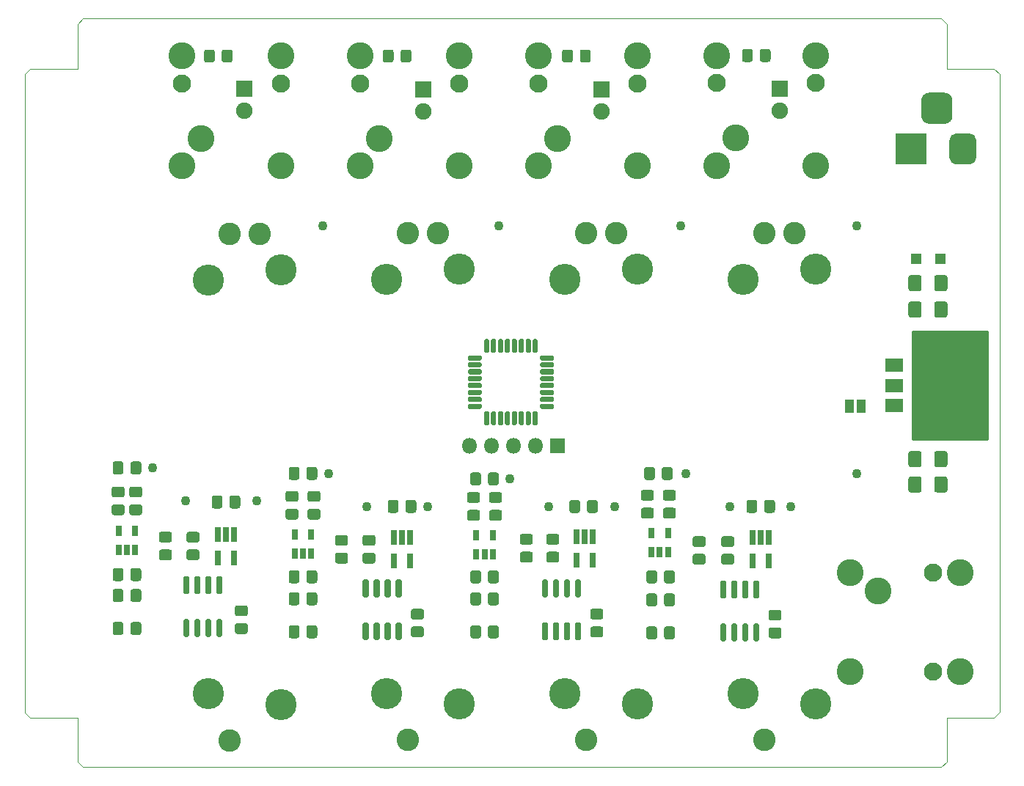
<source format=gbr>
%TF.GenerationSoftware,KiCad,Pcbnew,(5.1.6-0-10_14)*%
%TF.CreationDate,2020-09-25T10:57:10+01:00*%
%TF.ProjectId,DigitalSplitterPedal,44696769-7461-46c5-9370-6c6974746572,rev?*%
%TF.SameCoordinates,Original*%
%TF.FileFunction,Soldermask,Top*%
%TF.FilePolarity,Negative*%
%FSLAX46Y46*%
G04 Gerber Fmt 4.6, Leading zero omitted, Abs format (unit mm)*
G04 Created by KiCad (PCBNEW (5.1.6-0-10_14)) date 2020-09-25 10:57:10*
%MOMM*%
%LPD*%
G01*
G04 APERTURE LIST*
%TA.AperFunction,Profile*%
%ADD10C,0.050000*%
%TD*%
%ADD11C,1.100000*%
%ADD12C,2.600000*%
%ADD13C,3.600000*%
%ADD14R,0.750000X1.160000*%
%ADD15R,0.750000X1.660000*%
%ADD16R,2.100000X1.600000*%
%ADD17R,2.100000X3.900000*%
%ADD18R,1.100000X1.600000*%
%ADD19O,1.800000X1.800000*%
%ADD20R,1.800000X1.800000*%
%ADD21C,1.900000*%
%ADD22R,1.900000X1.900000*%
%ADD23R,1.200000X1.200000*%
%ADD24C,3.100000*%
%ADD25C,2.100000*%
%ADD26R,3.600000X3.600000*%
%ADD27C,0.254000*%
G04 APERTURE END LIST*
D10*
X186309000Y-130429000D02*
X185674000Y-131064000D01*
X186309000Y-125349000D02*
X186309000Y-130429000D01*
X191770000Y-125349000D02*
X186309000Y-125349000D01*
X192405000Y-124714000D02*
X191770000Y-125349000D01*
X192405000Y-51054000D02*
X192405000Y-124714000D01*
X191770000Y-50419000D02*
X192405000Y-51054000D01*
X186309000Y-50419000D02*
X191770000Y-50419000D01*
X186309000Y-45275500D02*
X186309000Y-50419000D01*
X185674000Y-44640500D02*
X186309000Y-45275500D01*
X86614000Y-44640500D02*
X185674000Y-44640500D01*
X85979000Y-45275500D02*
X86614000Y-44640500D01*
X85979000Y-50419000D02*
X85979000Y-45275500D01*
X80518000Y-50419000D02*
X85979000Y-50419000D01*
X79883000Y-51054000D02*
X80518000Y-50419000D01*
X79883000Y-124777500D02*
X79883000Y-51054000D01*
X80518000Y-125412500D02*
X79883000Y-124777500D01*
X85979000Y-125412500D02*
X80518000Y-125412500D01*
X85979000Y-130429000D02*
X85979000Y-125412500D01*
X86614000Y-131064000D02*
X85979000Y-130429000D01*
X185674000Y-131064000D02*
X86614000Y-131064000D01*
D11*
%TO.C,TP17*%
X175895000Y-97155000D03*
%TD*%
%TO.C,TP16*%
X94615000Y-96520000D03*
%TD*%
%TO.C,TP15*%
X114935000Y-97155000D03*
%TD*%
%TO.C,TP14*%
X135890000Y-97790000D03*
%TD*%
%TO.C,TP13*%
X156210000Y-97155000D03*
%TD*%
%TO.C,TP12*%
X175895000Y-68580000D03*
%TD*%
%TO.C,TP11*%
X155575000Y-68580000D03*
%TD*%
%TO.C,TP10*%
X134620000Y-68580000D03*
%TD*%
%TO.C,TP9*%
X114300000Y-68580000D03*
%TD*%
%TO.C,TP8*%
X168275000Y-100965000D03*
%TD*%
%TO.C,TP7*%
X161290000Y-100965000D03*
%TD*%
%TO.C,TP6*%
X147955000Y-100965000D03*
%TD*%
%TO.C,TP5*%
X140335000Y-100965000D03*
%TD*%
%TO.C,TP4*%
X126365000Y-100965000D03*
%TD*%
%TO.C,TP3*%
X119380000Y-100965000D03*
%TD*%
%TO.C,TP2*%
X106680000Y-100330000D03*
%TD*%
%TO.C,TP1*%
X98425000Y-100330000D03*
%TD*%
D12*
%TO.C,RV2*%
X124104400Y-69443600D03*
X127609600Y-69443600D03*
X124104400Y-127939800D03*
D13*
X121666000Y-74777600D03*
X130022600Y-73583800D03*
X121666000Y-122580400D03*
X130048000Y-123799600D03*
%TD*%
%TO.C,C1*%
G36*
G01*
X184875000Y-78889456D02*
X184875000Y-77574544D01*
G75*
G02*
X185142544Y-77307000I267544J0D01*
G01*
X186132456Y-77307000D01*
G75*
G02*
X186400000Y-77574544I0J-267544D01*
G01*
X186400000Y-78889456D01*
G75*
G02*
X186132456Y-79157000I-267544J0D01*
G01*
X185142544Y-79157000D01*
G75*
G02*
X184875000Y-78889456I0J267544D01*
G01*
G37*
G36*
G01*
X181900000Y-78889456D02*
X181900000Y-77574544D01*
G75*
G02*
X182167544Y-77307000I267544J0D01*
G01*
X183157456Y-77307000D01*
G75*
G02*
X183425000Y-77574544I0J-267544D01*
G01*
X183425000Y-78889456D01*
G75*
G02*
X183157456Y-79157000I-267544J0D01*
G01*
X182167544Y-79157000D01*
G75*
G02*
X181900000Y-78889456I0J267544D01*
G01*
G37*
%TD*%
D14*
%TO.C,U17*%
X152242000Y-104056000D03*
X154142000Y-104056000D03*
X154142000Y-106256000D03*
X153192000Y-106256000D03*
X152242000Y-106256000D03*
%TD*%
%TO.C,U16*%
X132019000Y-104310000D03*
X133919000Y-104310000D03*
X133919000Y-106510000D03*
X132969000Y-106510000D03*
X132019000Y-106510000D03*
%TD*%
D15*
%TO.C,U15*%
X165796000Y-107268000D03*
X163896000Y-107268000D03*
X163896000Y-104568000D03*
X164846000Y-104568000D03*
X165796000Y-104568000D03*
%TD*%
%TO.C,U14*%
X145476000Y-107141000D03*
X143576000Y-107141000D03*
X143576000Y-104441000D03*
X144526000Y-104441000D03*
X145476000Y-104441000D03*
%TD*%
%TO.C,U13*%
X124394000Y-107268000D03*
X122494000Y-107268000D03*
X122494000Y-104568000D03*
X123444000Y-104568000D03*
X124394000Y-104568000D03*
%TD*%
D14*
%TO.C,U10*%
X111064000Y-104183000D03*
X112964000Y-104183000D03*
X112964000Y-106383000D03*
X112014000Y-106383000D03*
X111064000Y-106383000D03*
%TD*%
%TO.C,U7*%
X90744000Y-103802000D03*
X92644000Y-103802000D03*
X92644000Y-106002000D03*
X91694000Y-106002000D03*
X90744000Y-106002000D03*
%TD*%
%TO.C,U4*%
G36*
G01*
X139542000Y-83514000D02*
X140842000Y-83514000D01*
G75*
G02*
X140992000Y-83664000I0J-150000D01*
G01*
X140992000Y-83964000D01*
G75*
G02*
X140842000Y-84114000I-150000J0D01*
G01*
X139542000Y-84114000D01*
G75*
G02*
X139392000Y-83964000I0J150000D01*
G01*
X139392000Y-83664000D01*
G75*
G02*
X139542000Y-83514000I150000J0D01*
G01*
G37*
G36*
G01*
X139542000Y-84314000D02*
X140842000Y-84314000D01*
G75*
G02*
X140992000Y-84464000I0J-150000D01*
G01*
X140992000Y-84764000D01*
G75*
G02*
X140842000Y-84914000I-150000J0D01*
G01*
X139542000Y-84914000D01*
G75*
G02*
X139392000Y-84764000I0J150000D01*
G01*
X139392000Y-84464000D01*
G75*
G02*
X139542000Y-84314000I150000J0D01*
G01*
G37*
G36*
G01*
X139542000Y-85114000D02*
X140842000Y-85114000D01*
G75*
G02*
X140992000Y-85264000I0J-150000D01*
G01*
X140992000Y-85564000D01*
G75*
G02*
X140842000Y-85714000I-150000J0D01*
G01*
X139542000Y-85714000D01*
G75*
G02*
X139392000Y-85564000I0J150000D01*
G01*
X139392000Y-85264000D01*
G75*
G02*
X139542000Y-85114000I150000J0D01*
G01*
G37*
G36*
G01*
X139542000Y-85914000D02*
X140842000Y-85914000D01*
G75*
G02*
X140992000Y-86064000I0J-150000D01*
G01*
X140992000Y-86364000D01*
G75*
G02*
X140842000Y-86514000I-150000J0D01*
G01*
X139542000Y-86514000D01*
G75*
G02*
X139392000Y-86364000I0J150000D01*
G01*
X139392000Y-86064000D01*
G75*
G02*
X139542000Y-85914000I150000J0D01*
G01*
G37*
G36*
G01*
X139542000Y-86714000D02*
X140842000Y-86714000D01*
G75*
G02*
X140992000Y-86864000I0J-150000D01*
G01*
X140992000Y-87164000D01*
G75*
G02*
X140842000Y-87314000I-150000J0D01*
G01*
X139542000Y-87314000D01*
G75*
G02*
X139392000Y-87164000I0J150000D01*
G01*
X139392000Y-86864000D01*
G75*
G02*
X139542000Y-86714000I150000J0D01*
G01*
G37*
G36*
G01*
X139542000Y-87514000D02*
X140842000Y-87514000D01*
G75*
G02*
X140992000Y-87664000I0J-150000D01*
G01*
X140992000Y-87964000D01*
G75*
G02*
X140842000Y-88114000I-150000J0D01*
G01*
X139542000Y-88114000D01*
G75*
G02*
X139392000Y-87964000I0J150000D01*
G01*
X139392000Y-87664000D01*
G75*
G02*
X139542000Y-87514000I150000J0D01*
G01*
G37*
G36*
G01*
X139542000Y-88314000D02*
X140842000Y-88314000D01*
G75*
G02*
X140992000Y-88464000I0J-150000D01*
G01*
X140992000Y-88764000D01*
G75*
G02*
X140842000Y-88914000I-150000J0D01*
G01*
X139542000Y-88914000D01*
G75*
G02*
X139392000Y-88764000I0J150000D01*
G01*
X139392000Y-88464000D01*
G75*
G02*
X139542000Y-88314000I150000J0D01*
G01*
G37*
G36*
G01*
X139542000Y-89114000D02*
X140842000Y-89114000D01*
G75*
G02*
X140992000Y-89264000I0J-150000D01*
G01*
X140992000Y-89564000D01*
G75*
G02*
X140842000Y-89714000I-150000J0D01*
G01*
X139542000Y-89714000D01*
G75*
G02*
X139392000Y-89564000I0J150000D01*
G01*
X139392000Y-89264000D01*
G75*
G02*
X139542000Y-89114000I150000J0D01*
G01*
G37*
G36*
G01*
X138667000Y-89989000D02*
X138967000Y-89989000D01*
G75*
G02*
X139117000Y-90139000I0J-150000D01*
G01*
X139117000Y-91439000D01*
G75*
G02*
X138967000Y-91589000I-150000J0D01*
G01*
X138667000Y-91589000D01*
G75*
G02*
X138517000Y-91439000I0J150000D01*
G01*
X138517000Y-90139000D01*
G75*
G02*
X138667000Y-89989000I150000J0D01*
G01*
G37*
G36*
G01*
X137867000Y-89989000D02*
X138167000Y-89989000D01*
G75*
G02*
X138317000Y-90139000I0J-150000D01*
G01*
X138317000Y-91439000D01*
G75*
G02*
X138167000Y-91589000I-150000J0D01*
G01*
X137867000Y-91589000D01*
G75*
G02*
X137717000Y-91439000I0J150000D01*
G01*
X137717000Y-90139000D01*
G75*
G02*
X137867000Y-89989000I150000J0D01*
G01*
G37*
G36*
G01*
X137067000Y-89989000D02*
X137367000Y-89989000D01*
G75*
G02*
X137517000Y-90139000I0J-150000D01*
G01*
X137517000Y-91439000D01*
G75*
G02*
X137367000Y-91589000I-150000J0D01*
G01*
X137067000Y-91589000D01*
G75*
G02*
X136917000Y-91439000I0J150000D01*
G01*
X136917000Y-90139000D01*
G75*
G02*
X137067000Y-89989000I150000J0D01*
G01*
G37*
G36*
G01*
X136267000Y-89989000D02*
X136567000Y-89989000D01*
G75*
G02*
X136717000Y-90139000I0J-150000D01*
G01*
X136717000Y-91439000D01*
G75*
G02*
X136567000Y-91589000I-150000J0D01*
G01*
X136267000Y-91589000D01*
G75*
G02*
X136117000Y-91439000I0J150000D01*
G01*
X136117000Y-90139000D01*
G75*
G02*
X136267000Y-89989000I150000J0D01*
G01*
G37*
G36*
G01*
X135467000Y-89989000D02*
X135767000Y-89989000D01*
G75*
G02*
X135917000Y-90139000I0J-150000D01*
G01*
X135917000Y-91439000D01*
G75*
G02*
X135767000Y-91589000I-150000J0D01*
G01*
X135467000Y-91589000D01*
G75*
G02*
X135317000Y-91439000I0J150000D01*
G01*
X135317000Y-90139000D01*
G75*
G02*
X135467000Y-89989000I150000J0D01*
G01*
G37*
G36*
G01*
X134667000Y-89989000D02*
X134967000Y-89989000D01*
G75*
G02*
X135117000Y-90139000I0J-150000D01*
G01*
X135117000Y-91439000D01*
G75*
G02*
X134967000Y-91589000I-150000J0D01*
G01*
X134667000Y-91589000D01*
G75*
G02*
X134517000Y-91439000I0J150000D01*
G01*
X134517000Y-90139000D01*
G75*
G02*
X134667000Y-89989000I150000J0D01*
G01*
G37*
G36*
G01*
X133867000Y-89989000D02*
X134167000Y-89989000D01*
G75*
G02*
X134317000Y-90139000I0J-150000D01*
G01*
X134317000Y-91439000D01*
G75*
G02*
X134167000Y-91589000I-150000J0D01*
G01*
X133867000Y-91589000D01*
G75*
G02*
X133717000Y-91439000I0J150000D01*
G01*
X133717000Y-90139000D01*
G75*
G02*
X133867000Y-89989000I150000J0D01*
G01*
G37*
G36*
G01*
X133067000Y-89989000D02*
X133367000Y-89989000D01*
G75*
G02*
X133517000Y-90139000I0J-150000D01*
G01*
X133517000Y-91439000D01*
G75*
G02*
X133367000Y-91589000I-150000J0D01*
G01*
X133067000Y-91589000D01*
G75*
G02*
X132917000Y-91439000I0J150000D01*
G01*
X132917000Y-90139000D01*
G75*
G02*
X133067000Y-89989000I150000J0D01*
G01*
G37*
G36*
G01*
X131192000Y-89114000D02*
X132492000Y-89114000D01*
G75*
G02*
X132642000Y-89264000I0J-150000D01*
G01*
X132642000Y-89564000D01*
G75*
G02*
X132492000Y-89714000I-150000J0D01*
G01*
X131192000Y-89714000D01*
G75*
G02*
X131042000Y-89564000I0J150000D01*
G01*
X131042000Y-89264000D01*
G75*
G02*
X131192000Y-89114000I150000J0D01*
G01*
G37*
G36*
G01*
X131192000Y-88314000D02*
X132492000Y-88314000D01*
G75*
G02*
X132642000Y-88464000I0J-150000D01*
G01*
X132642000Y-88764000D01*
G75*
G02*
X132492000Y-88914000I-150000J0D01*
G01*
X131192000Y-88914000D01*
G75*
G02*
X131042000Y-88764000I0J150000D01*
G01*
X131042000Y-88464000D01*
G75*
G02*
X131192000Y-88314000I150000J0D01*
G01*
G37*
G36*
G01*
X131192000Y-87514000D02*
X132492000Y-87514000D01*
G75*
G02*
X132642000Y-87664000I0J-150000D01*
G01*
X132642000Y-87964000D01*
G75*
G02*
X132492000Y-88114000I-150000J0D01*
G01*
X131192000Y-88114000D01*
G75*
G02*
X131042000Y-87964000I0J150000D01*
G01*
X131042000Y-87664000D01*
G75*
G02*
X131192000Y-87514000I150000J0D01*
G01*
G37*
G36*
G01*
X131192000Y-86714000D02*
X132492000Y-86714000D01*
G75*
G02*
X132642000Y-86864000I0J-150000D01*
G01*
X132642000Y-87164000D01*
G75*
G02*
X132492000Y-87314000I-150000J0D01*
G01*
X131192000Y-87314000D01*
G75*
G02*
X131042000Y-87164000I0J150000D01*
G01*
X131042000Y-86864000D01*
G75*
G02*
X131192000Y-86714000I150000J0D01*
G01*
G37*
G36*
G01*
X131192000Y-85914000D02*
X132492000Y-85914000D01*
G75*
G02*
X132642000Y-86064000I0J-150000D01*
G01*
X132642000Y-86364000D01*
G75*
G02*
X132492000Y-86514000I-150000J0D01*
G01*
X131192000Y-86514000D01*
G75*
G02*
X131042000Y-86364000I0J150000D01*
G01*
X131042000Y-86064000D01*
G75*
G02*
X131192000Y-85914000I150000J0D01*
G01*
G37*
G36*
G01*
X131192000Y-85114000D02*
X132492000Y-85114000D01*
G75*
G02*
X132642000Y-85264000I0J-150000D01*
G01*
X132642000Y-85564000D01*
G75*
G02*
X132492000Y-85714000I-150000J0D01*
G01*
X131192000Y-85714000D01*
G75*
G02*
X131042000Y-85564000I0J150000D01*
G01*
X131042000Y-85264000D01*
G75*
G02*
X131192000Y-85114000I150000J0D01*
G01*
G37*
G36*
G01*
X131192000Y-84314000D02*
X132492000Y-84314000D01*
G75*
G02*
X132642000Y-84464000I0J-150000D01*
G01*
X132642000Y-84764000D01*
G75*
G02*
X132492000Y-84914000I-150000J0D01*
G01*
X131192000Y-84914000D01*
G75*
G02*
X131042000Y-84764000I0J150000D01*
G01*
X131042000Y-84464000D01*
G75*
G02*
X131192000Y-84314000I150000J0D01*
G01*
G37*
G36*
G01*
X131192000Y-83514000D02*
X132492000Y-83514000D01*
G75*
G02*
X132642000Y-83664000I0J-150000D01*
G01*
X132642000Y-83964000D01*
G75*
G02*
X132492000Y-84114000I-150000J0D01*
G01*
X131192000Y-84114000D01*
G75*
G02*
X131042000Y-83964000I0J150000D01*
G01*
X131042000Y-83664000D01*
G75*
G02*
X131192000Y-83514000I150000J0D01*
G01*
G37*
G36*
G01*
X133067000Y-81639000D02*
X133367000Y-81639000D01*
G75*
G02*
X133517000Y-81789000I0J-150000D01*
G01*
X133517000Y-83089000D01*
G75*
G02*
X133367000Y-83239000I-150000J0D01*
G01*
X133067000Y-83239000D01*
G75*
G02*
X132917000Y-83089000I0J150000D01*
G01*
X132917000Y-81789000D01*
G75*
G02*
X133067000Y-81639000I150000J0D01*
G01*
G37*
G36*
G01*
X133867000Y-81639000D02*
X134167000Y-81639000D01*
G75*
G02*
X134317000Y-81789000I0J-150000D01*
G01*
X134317000Y-83089000D01*
G75*
G02*
X134167000Y-83239000I-150000J0D01*
G01*
X133867000Y-83239000D01*
G75*
G02*
X133717000Y-83089000I0J150000D01*
G01*
X133717000Y-81789000D01*
G75*
G02*
X133867000Y-81639000I150000J0D01*
G01*
G37*
G36*
G01*
X134667000Y-81639000D02*
X134967000Y-81639000D01*
G75*
G02*
X135117000Y-81789000I0J-150000D01*
G01*
X135117000Y-83089000D01*
G75*
G02*
X134967000Y-83239000I-150000J0D01*
G01*
X134667000Y-83239000D01*
G75*
G02*
X134517000Y-83089000I0J150000D01*
G01*
X134517000Y-81789000D01*
G75*
G02*
X134667000Y-81639000I150000J0D01*
G01*
G37*
G36*
G01*
X135467000Y-81639000D02*
X135767000Y-81639000D01*
G75*
G02*
X135917000Y-81789000I0J-150000D01*
G01*
X135917000Y-83089000D01*
G75*
G02*
X135767000Y-83239000I-150000J0D01*
G01*
X135467000Y-83239000D01*
G75*
G02*
X135317000Y-83089000I0J150000D01*
G01*
X135317000Y-81789000D01*
G75*
G02*
X135467000Y-81639000I150000J0D01*
G01*
G37*
G36*
G01*
X136267000Y-81639000D02*
X136567000Y-81639000D01*
G75*
G02*
X136717000Y-81789000I0J-150000D01*
G01*
X136717000Y-83089000D01*
G75*
G02*
X136567000Y-83239000I-150000J0D01*
G01*
X136267000Y-83239000D01*
G75*
G02*
X136117000Y-83089000I0J150000D01*
G01*
X136117000Y-81789000D01*
G75*
G02*
X136267000Y-81639000I150000J0D01*
G01*
G37*
G36*
G01*
X137067000Y-81639000D02*
X137367000Y-81639000D01*
G75*
G02*
X137517000Y-81789000I0J-150000D01*
G01*
X137517000Y-83089000D01*
G75*
G02*
X137367000Y-83239000I-150000J0D01*
G01*
X137067000Y-83239000D01*
G75*
G02*
X136917000Y-83089000I0J150000D01*
G01*
X136917000Y-81789000D01*
G75*
G02*
X137067000Y-81639000I150000J0D01*
G01*
G37*
G36*
G01*
X137867000Y-81639000D02*
X138167000Y-81639000D01*
G75*
G02*
X138317000Y-81789000I0J-150000D01*
G01*
X138317000Y-83089000D01*
G75*
G02*
X138167000Y-83239000I-150000J0D01*
G01*
X137867000Y-83239000D01*
G75*
G02*
X137717000Y-83089000I0J150000D01*
G01*
X137717000Y-81789000D01*
G75*
G02*
X137867000Y-81639000I150000J0D01*
G01*
G37*
G36*
G01*
X138667000Y-81639000D02*
X138967000Y-81639000D01*
G75*
G02*
X139117000Y-81789000I0J-150000D01*
G01*
X139117000Y-83089000D01*
G75*
G02*
X138967000Y-83239000I-150000J0D01*
G01*
X138667000Y-83239000D01*
G75*
G02*
X138517000Y-83089000I0J150000D01*
G01*
X138517000Y-81789000D01*
G75*
G02*
X138667000Y-81639000I150000J0D01*
G01*
G37*
%TD*%
D15*
%TO.C,U3*%
X104074000Y-106887000D03*
X102174000Y-106887000D03*
X102174000Y-104187000D03*
X103124000Y-104187000D03*
X104074000Y-104187000D03*
%TD*%
D16*
%TO.C,U1*%
X180238000Y-84695000D03*
X180238000Y-89295000D03*
X180238000Y-86995000D03*
D17*
X186538000Y-86995000D03*
%TD*%
%TO.C,R10*%
G36*
G01*
X153826738Y-101111000D02*
X154783262Y-101111000D01*
G75*
G02*
X155055000Y-101382738I0J-271738D01*
G01*
X155055000Y-102089262D01*
G75*
G02*
X154783262Y-102361000I-271738J0D01*
G01*
X153826738Y-102361000D01*
G75*
G02*
X153555000Y-102089262I0J271738D01*
G01*
X153555000Y-101382738D01*
G75*
G02*
X153826738Y-101111000I271738J0D01*
G01*
G37*
G36*
G01*
X153826738Y-99061000D02*
X154783262Y-99061000D01*
G75*
G02*
X155055000Y-99332738I0J-271738D01*
G01*
X155055000Y-100039262D01*
G75*
G02*
X154783262Y-100311000I-271738J0D01*
G01*
X153826738Y-100311000D01*
G75*
G02*
X153555000Y-100039262I0J271738D01*
G01*
X153555000Y-99332738D01*
G75*
G02*
X153826738Y-99061000I271738J0D01*
G01*
G37*
%TD*%
%TO.C,R9*%
G36*
G01*
X133760738Y-101365000D02*
X134717262Y-101365000D01*
G75*
G02*
X134989000Y-101636738I0J-271738D01*
G01*
X134989000Y-102343262D01*
G75*
G02*
X134717262Y-102615000I-271738J0D01*
G01*
X133760738Y-102615000D01*
G75*
G02*
X133489000Y-102343262I0J271738D01*
G01*
X133489000Y-101636738D01*
G75*
G02*
X133760738Y-101365000I271738J0D01*
G01*
G37*
G36*
G01*
X133760738Y-99315000D02*
X134717262Y-99315000D01*
G75*
G02*
X134989000Y-99586738I0J-271738D01*
G01*
X134989000Y-100293262D01*
G75*
G02*
X134717262Y-100565000I-271738J0D01*
G01*
X133760738Y-100565000D01*
G75*
G02*
X133489000Y-100293262I0J271738D01*
G01*
X133489000Y-99586738D01*
G75*
G02*
X133760738Y-99315000I271738J0D01*
G01*
G37*
%TD*%
%TO.C,R8*%
G36*
G01*
X112805738Y-101238000D02*
X113762262Y-101238000D01*
G75*
G02*
X114034000Y-101509738I0J-271738D01*
G01*
X114034000Y-102216262D01*
G75*
G02*
X113762262Y-102488000I-271738J0D01*
G01*
X112805738Y-102488000D01*
G75*
G02*
X112534000Y-102216262I0J271738D01*
G01*
X112534000Y-101509738D01*
G75*
G02*
X112805738Y-101238000I271738J0D01*
G01*
G37*
G36*
G01*
X112805738Y-99188000D02*
X113762262Y-99188000D01*
G75*
G02*
X114034000Y-99459738I0J-271738D01*
G01*
X114034000Y-100166262D01*
G75*
G02*
X113762262Y-100438000I-271738J0D01*
G01*
X112805738Y-100438000D01*
G75*
G02*
X112534000Y-100166262I0J271738D01*
G01*
X112534000Y-99459738D01*
G75*
G02*
X112805738Y-99188000I271738J0D01*
G01*
G37*
%TD*%
%TO.C,R7*%
G36*
G01*
X92231738Y-100730000D02*
X93188262Y-100730000D01*
G75*
G02*
X93460000Y-101001738I0J-271738D01*
G01*
X93460000Y-101708262D01*
G75*
G02*
X93188262Y-101980000I-271738J0D01*
G01*
X92231738Y-101980000D01*
G75*
G02*
X91960000Y-101708262I0J271738D01*
G01*
X91960000Y-101001738D01*
G75*
G02*
X92231738Y-100730000I271738J0D01*
G01*
G37*
G36*
G01*
X92231738Y-98680000D02*
X93188262Y-98680000D01*
G75*
G02*
X93460000Y-98951738I0J-271738D01*
G01*
X93460000Y-99658262D01*
G75*
G02*
X93188262Y-99930000I-271738J0D01*
G01*
X92231738Y-99930000D01*
G75*
G02*
X91960000Y-99658262I0J271738D01*
G01*
X91960000Y-98951738D01*
G75*
G02*
X92231738Y-98680000I271738J0D01*
G01*
G37*
%TD*%
%TO.C,R4*%
G36*
G01*
X164738000Y-49373262D02*
X164738000Y-48416738D01*
G75*
G02*
X165009738Y-48145000I271738J0D01*
G01*
X165716262Y-48145000D01*
G75*
G02*
X165988000Y-48416738I0J-271738D01*
G01*
X165988000Y-49373262D01*
G75*
G02*
X165716262Y-49645000I-271738J0D01*
G01*
X165009738Y-49645000D01*
G75*
G02*
X164738000Y-49373262I0J271738D01*
G01*
G37*
G36*
G01*
X162688000Y-49373262D02*
X162688000Y-48416738D01*
G75*
G02*
X162959738Y-48145000I271738J0D01*
G01*
X163666262Y-48145000D01*
G75*
G02*
X163938000Y-48416738I0J-271738D01*
G01*
X163938000Y-49373262D01*
G75*
G02*
X163666262Y-49645000I-271738J0D01*
G01*
X162959738Y-49645000D01*
G75*
G02*
X162688000Y-49373262I0J271738D01*
G01*
G37*
%TD*%
%TO.C,R3*%
G36*
G01*
X143973500Y-49436762D02*
X143973500Y-48480238D01*
G75*
G02*
X144245238Y-48208500I271738J0D01*
G01*
X144951762Y-48208500D01*
G75*
G02*
X145223500Y-48480238I0J-271738D01*
G01*
X145223500Y-49436762D01*
G75*
G02*
X144951762Y-49708500I-271738J0D01*
G01*
X144245238Y-49708500D01*
G75*
G02*
X143973500Y-49436762I0J271738D01*
G01*
G37*
G36*
G01*
X141923500Y-49436762D02*
X141923500Y-48480238D01*
G75*
G02*
X142195238Y-48208500I271738J0D01*
G01*
X142901762Y-48208500D01*
G75*
G02*
X143173500Y-48480238I0J-271738D01*
G01*
X143173500Y-49436762D01*
G75*
G02*
X142901762Y-49708500I-271738J0D01*
G01*
X142195238Y-49708500D01*
G75*
G02*
X141923500Y-49436762I0J271738D01*
G01*
G37*
%TD*%
%TO.C,R2*%
G36*
G01*
X123272500Y-49436762D02*
X123272500Y-48480238D01*
G75*
G02*
X123544238Y-48208500I271738J0D01*
G01*
X124250762Y-48208500D01*
G75*
G02*
X124522500Y-48480238I0J-271738D01*
G01*
X124522500Y-49436762D01*
G75*
G02*
X124250762Y-49708500I-271738J0D01*
G01*
X123544238Y-49708500D01*
G75*
G02*
X123272500Y-49436762I0J271738D01*
G01*
G37*
G36*
G01*
X121222500Y-49436762D02*
X121222500Y-48480238D01*
G75*
G02*
X121494238Y-48208500I271738J0D01*
G01*
X122200762Y-48208500D01*
G75*
G02*
X122472500Y-48480238I0J-271738D01*
G01*
X122472500Y-49436762D01*
G75*
G02*
X122200762Y-49708500I-271738J0D01*
G01*
X121494238Y-49708500D01*
G75*
G02*
X121222500Y-49436762I0J271738D01*
G01*
G37*
%TD*%
%TO.C,R1*%
G36*
G01*
X102635000Y-49436762D02*
X102635000Y-48480238D01*
G75*
G02*
X102906738Y-48208500I271738J0D01*
G01*
X103613262Y-48208500D01*
G75*
G02*
X103885000Y-48480238I0J-271738D01*
G01*
X103885000Y-49436762D01*
G75*
G02*
X103613262Y-49708500I-271738J0D01*
G01*
X102906738Y-49708500D01*
G75*
G02*
X102635000Y-49436762I0J271738D01*
G01*
G37*
G36*
G01*
X100585000Y-49436762D02*
X100585000Y-48480238D01*
G75*
G02*
X100856738Y-48208500I271738J0D01*
G01*
X101563262Y-48208500D01*
G75*
G02*
X101835000Y-48480238I0J-271738D01*
G01*
X101835000Y-49436762D01*
G75*
G02*
X101563262Y-49708500I-271738J0D01*
G01*
X100856738Y-49708500D01*
G75*
G02*
X100585000Y-49436762I0J271738D01*
G01*
G37*
%TD*%
D18*
%TO.C,JP1*%
X176418000Y-89408000D03*
X175118000Y-89408000D03*
%TD*%
D19*
%TO.C,J7*%
X131191000Y-93980000D03*
X133731000Y-93980000D03*
X136271000Y-93980000D03*
X138811000Y-93980000D03*
D20*
X141351000Y-93980000D03*
%TD*%
D21*
%TO.C,D14*%
X167005000Y-55245000D03*
D22*
X167005000Y-52705000D03*
%TD*%
D21*
%TO.C,D10*%
X146431000Y-55372000D03*
D22*
X146431000Y-52832000D03*
%TD*%
D21*
%TO.C,D2*%
X125857000Y-55372000D03*
D22*
X125857000Y-52832000D03*
%TD*%
D21*
%TO.C,D1*%
X105219500Y-55245000D03*
D22*
X105219500Y-52705000D03*
%TD*%
%TO.C,C41*%
G36*
G01*
X152243262Y-100311000D02*
X151286738Y-100311000D01*
G75*
G02*
X151015000Y-100039262I0J271738D01*
G01*
X151015000Y-99332738D01*
G75*
G02*
X151286738Y-99061000I271738J0D01*
G01*
X152243262Y-99061000D01*
G75*
G02*
X152515000Y-99332738I0J-271738D01*
G01*
X152515000Y-100039262D01*
G75*
G02*
X152243262Y-100311000I-271738J0D01*
G01*
G37*
G36*
G01*
X152243262Y-102361000D02*
X151286738Y-102361000D01*
G75*
G02*
X151015000Y-102089262I0J271738D01*
G01*
X151015000Y-101382738D01*
G75*
G02*
X151286738Y-101111000I271738J0D01*
G01*
X152243262Y-101111000D01*
G75*
G02*
X152515000Y-101382738I0J-271738D01*
G01*
X152515000Y-102089262D01*
G75*
G02*
X152243262Y-102361000I-271738J0D01*
G01*
G37*
%TD*%
%TO.C,C40*%
G36*
G01*
X132177262Y-100565000D02*
X131220738Y-100565000D01*
G75*
G02*
X130949000Y-100293262I0J271738D01*
G01*
X130949000Y-99586738D01*
G75*
G02*
X131220738Y-99315000I271738J0D01*
G01*
X132177262Y-99315000D01*
G75*
G02*
X132449000Y-99586738I0J-271738D01*
G01*
X132449000Y-100293262D01*
G75*
G02*
X132177262Y-100565000I-271738J0D01*
G01*
G37*
G36*
G01*
X132177262Y-102615000D02*
X131220738Y-102615000D01*
G75*
G02*
X130949000Y-102343262I0J271738D01*
G01*
X130949000Y-101636738D01*
G75*
G02*
X131220738Y-101365000I271738J0D01*
G01*
X132177262Y-101365000D01*
G75*
G02*
X132449000Y-101636738I0J-271738D01*
G01*
X132449000Y-102343262D01*
G75*
G02*
X132177262Y-102615000I-271738J0D01*
G01*
G37*
%TD*%
%TO.C,C33*%
G36*
G01*
X111222262Y-100438000D02*
X110265738Y-100438000D01*
G75*
G02*
X109994000Y-100166262I0J271738D01*
G01*
X109994000Y-99459738D01*
G75*
G02*
X110265738Y-99188000I271738J0D01*
G01*
X111222262Y-99188000D01*
G75*
G02*
X111494000Y-99459738I0J-271738D01*
G01*
X111494000Y-100166262D01*
G75*
G02*
X111222262Y-100438000I-271738J0D01*
G01*
G37*
G36*
G01*
X111222262Y-102488000D02*
X110265738Y-102488000D01*
G75*
G02*
X109994000Y-102216262I0J271738D01*
G01*
X109994000Y-101509738D01*
G75*
G02*
X110265738Y-101238000I271738J0D01*
G01*
X111222262Y-101238000D01*
G75*
G02*
X111494000Y-101509738I0J-271738D01*
G01*
X111494000Y-102216262D01*
G75*
G02*
X111222262Y-102488000I-271738J0D01*
G01*
G37*
%TD*%
%TO.C,C32*%
G36*
G01*
X91156262Y-99930000D02*
X90199738Y-99930000D01*
G75*
G02*
X89928000Y-99658262I0J271738D01*
G01*
X89928000Y-98951738D01*
G75*
G02*
X90199738Y-98680000I271738J0D01*
G01*
X91156262Y-98680000D01*
G75*
G02*
X91428000Y-98951738I0J-271738D01*
G01*
X91428000Y-99658262D01*
G75*
G02*
X91156262Y-99930000I-271738J0D01*
G01*
G37*
G36*
G01*
X91156262Y-101980000D02*
X90199738Y-101980000D01*
G75*
G02*
X89928000Y-101708262I0J271738D01*
G01*
X89928000Y-101001738D01*
G75*
G02*
X90199738Y-100730000I271738J0D01*
G01*
X91156262Y-100730000D01*
G75*
G02*
X91428000Y-101001738I0J-271738D01*
G01*
X91428000Y-101708262D01*
G75*
G02*
X91156262Y-101980000I-271738J0D01*
G01*
G37*
%TD*%
%TO.C,C21*%
G36*
G01*
X184875000Y-99082456D02*
X184875000Y-97767544D01*
G75*
G02*
X185142544Y-97500000I267544J0D01*
G01*
X186132456Y-97500000D01*
G75*
G02*
X186400000Y-97767544I0J-267544D01*
G01*
X186400000Y-99082456D01*
G75*
G02*
X186132456Y-99350000I-267544J0D01*
G01*
X185142544Y-99350000D01*
G75*
G02*
X184875000Y-99082456I0J267544D01*
G01*
G37*
G36*
G01*
X181900000Y-99082456D02*
X181900000Y-97767544D01*
G75*
G02*
X182167544Y-97500000I267544J0D01*
G01*
X183157456Y-97500000D01*
G75*
G02*
X183425000Y-97767544I0J-267544D01*
G01*
X183425000Y-99082456D01*
G75*
G02*
X183157456Y-99350000I-267544J0D01*
G01*
X182167544Y-99350000D01*
G75*
G02*
X181900000Y-99082456I0J267544D01*
G01*
G37*
%TD*%
%TO.C,C20*%
G36*
G01*
X184875000Y-75841456D02*
X184875000Y-74526544D01*
G75*
G02*
X185142544Y-74259000I267544J0D01*
G01*
X186132456Y-74259000D01*
G75*
G02*
X186400000Y-74526544I0J-267544D01*
G01*
X186400000Y-75841456D01*
G75*
G02*
X186132456Y-76109000I-267544J0D01*
G01*
X185142544Y-76109000D01*
G75*
G02*
X184875000Y-75841456I0J267544D01*
G01*
G37*
G36*
G01*
X181900000Y-75841456D02*
X181900000Y-74526544D01*
G75*
G02*
X182167544Y-74259000I267544J0D01*
G01*
X183157456Y-74259000D01*
G75*
G02*
X183425000Y-74526544I0J-267544D01*
G01*
X183425000Y-75841456D01*
G75*
G02*
X183157456Y-76109000I-267544J0D01*
G01*
X182167544Y-76109000D01*
G75*
G02*
X181900000Y-75841456I0J267544D01*
G01*
G37*
%TD*%
%TO.C,C19*%
G36*
G01*
X164446000Y-100486738D02*
X164446000Y-101443262D01*
G75*
G02*
X164174262Y-101715000I-271738J0D01*
G01*
X163467738Y-101715000D01*
G75*
G02*
X163196000Y-101443262I0J271738D01*
G01*
X163196000Y-100486738D01*
G75*
G02*
X163467738Y-100215000I271738J0D01*
G01*
X164174262Y-100215000D01*
G75*
G02*
X164446000Y-100486738I0J-271738D01*
G01*
G37*
G36*
G01*
X166496000Y-100486738D02*
X166496000Y-101443262D01*
G75*
G02*
X166224262Y-101715000I-271738J0D01*
G01*
X165517738Y-101715000D01*
G75*
G02*
X165246000Y-101443262I0J271738D01*
G01*
X165246000Y-100486738D01*
G75*
G02*
X165517738Y-100215000I271738J0D01*
G01*
X166224262Y-100215000D01*
G75*
G02*
X166496000Y-100486738I0J-271738D01*
G01*
G37*
%TD*%
%TO.C,C18*%
G36*
G01*
X160557738Y-106445000D02*
X161514262Y-106445000D01*
G75*
G02*
X161786000Y-106716738I0J-271738D01*
G01*
X161786000Y-107423262D01*
G75*
G02*
X161514262Y-107695000I-271738J0D01*
G01*
X160557738Y-107695000D01*
G75*
G02*
X160286000Y-107423262I0J271738D01*
G01*
X160286000Y-106716738D01*
G75*
G02*
X160557738Y-106445000I271738J0D01*
G01*
G37*
G36*
G01*
X160557738Y-104395000D02*
X161514262Y-104395000D01*
G75*
G02*
X161786000Y-104666738I0J-271738D01*
G01*
X161786000Y-105373262D01*
G75*
G02*
X161514262Y-105645000I-271738J0D01*
G01*
X160557738Y-105645000D01*
G75*
G02*
X160286000Y-105373262I0J271738D01*
G01*
X160286000Y-104666738D01*
G75*
G02*
X160557738Y-104395000I271738J0D01*
G01*
G37*
%TD*%
%TO.C,C15*%
G36*
G01*
X152635000Y-96676738D02*
X152635000Y-97633262D01*
G75*
G02*
X152363262Y-97905000I-271738J0D01*
G01*
X151656738Y-97905000D01*
G75*
G02*
X151385000Y-97633262I0J271738D01*
G01*
X151385000Y-96676738D01*
G75*
G02*
X151656738Y-96405000I271738J0D01*
G01*
X152363262Y-96405000D01*
G75*
G02*
X152635000Y-96676738I0J-271738D01*
G01*
G37*
G36*
G01*
X154685000Y-96676738D02*
X154685000Y-97633262D01*
G75*
G02*
X154413262Y-97905000I-271738J0D01*
G01*
X153706738Y-97905000D01*
G75*
G02*
X153435000Y-97633262I0J271738D01*
G01*
X153435000Y-96676738D01*
G75*
G02*
X153706738Y-96405000I271738J0D01*
G01*
X154413262Y-96405000D01*
G75*
G02*
X154685000Y-96676738I0J-271738D01*
G01*
G37*
%TD*%
%TO.C,C11*%
G36*
G01*
X143999000Y-100486738D02*
X143999000Y-101443262D01*
G75*
G02*
X143727262Y-101715000I-271738J0D01*
G01*
X143020738Y-101715000D01*
G75*
G02*
X142749000Y-101443262I0J271738D01*
G01*
X142749000Y-100486738D01*
G75*
G02*
X143020738Y-100215000I271738J0D01*
G01*
X143727262Y-100215000D01*
G75*
G02*
X143999000Y-100486738I0J-271738D01*
G01*
G37*
G36*
G01*
X146049000Y-100486738D02*
X146049000Y-101443262D01*
G75*
G02*
X145777262Y-101715000I-271738J0D01*
G01*
X145070738Y-101715000D01*
G75*
G02*
X144799000Y-101443262I0J271738D01*
G01*
X144799000Y-100486738D01*
G75*
G02*
X145070738Y-100215000I271738J0D01*
G01*
X145777262Y-100215000D01*
G75*
G02*
X146049000Y-100486738I0J-271738D01*
G01*
G37*
%TD*%
%TO.C,C10*%
G36*
G01*
X132569000Y-97311738D02*
X132569000Y-98268262D01*
G75*
G02*
X132297262Y-98540000I-271738J0D01*
G01*
X131590738Y-98540000D01*
G75*
G02*
X131319000Y-98268262I0J271738D01*
G01*
X131319000Y-97311738D01*
G75*
G02*
X131590738Y-97040000I271738J0D01*
G01*
X132297262Y-97040000D01*
G75*
G02*
X132569000Y-97311738I0J-271738D01*
G01*
G37*
G36*
G01*
X134619000Y-97311738D02*
X134619000Y-98268262D01*
G75*
G02*
X134347262Y-98540000I-271738J0D01*
G01*
X133640738Y-98540000D01*
G75*
G02*
X133369000Y-98268262I0J271738D01*
G01*
X133369000Y-97311738D01*
G75*
G02*
X133640738Y-97040000I271738J0D01*
G01*
X134347262Y-97040000D01*
G75*
G02*
X134619000Y-97311738I0J-271738D01*
G01*
G37*
%TD*%
%TO.C,C9*%
G36*
G01*
X111614000Y-96676738D02*
X111614000Y-97633262D01*
G75*
G02*
X111342262Y-97905000I-271738J0D01*
G01*
X110635738Y-97905000D01*
G75*
G02*
X110364000Y-97633262I0J271738D01*
G01*
X110364000Y-96676738D01*
G75*
G02*
X110635738Y-96405000I271738J0D01*
G01*
X111342262Y-96405000D01*
G75*
G02*
X111614000Y-96676738I0J-271738D01*
G01*
G37*
G36*
G01*
X113664000Y-96676738D02*
X113664000Y-97633262D01*
G75*
G02*
X113392262Y-97905000I-271738J0D01*
G01*
X112685738Y-97905000D01*
G75*
G02*
X112414000Y-97633262I0J271738D01*
G01*
X112414000Y-96676738D01*
G75*
G02*
X112685738Y-96405000I271738J0D01*
G01*
X113392262Y-96405000D01*
G75*
G02*
X113664000Y-96676738I0J-271738D01*
G01*
G37*
%TD*%
%TO.C,C8*%
G36*
G01*
X91294000Y-96041738D02*
X91294000Y-96998262D01*
G75*
G02*
X91022262Y-97270000I-271738J0D01*
G01*
X90315738Y-97270000D01*
G75*
G02*
X90044000Y-96998262I0J271738D01*
G01*
X90044000Y-96041738D01*
G75*
G02*
X90315738Y-95770000I271738J0D01*
G01*
X91022262Y-95770000D01*
G75*
G02*
X91294000Y-96041738I0J-271738D01*
G01*
G37*
G36*
G01*
X93344000Y-96041738D02*
X93344000Y-96998262D01*
G75*
G02*
X93072262Y-97270000I-271738J0D01*
G01*
X92365738Y-97270000D01*
G75*
G02*
X92094000Y-96998262I0J271738D01*
G01*
X92094000Y-96041738D01*
G75*
G02*
X92365738Y-95770000I271738J0D01*
G01*
X93072262Y-95770000D01*
G75*
G02*
X93344000Y-96041738I0J-271738D01*
G01*
G37*
%TD*%
%TO.C,C7*%
G36*
G01*
X140364738Y-106191000D02*
X141321262Y-106191000D01*
G75*
G02*
X141593000Y-106462738I0J-271738D01*
G01*
X141593000Y-107169262D01*
G75*
G02*
X141321262Y-107441000I-271738J0D01*
G01*
X140364738Y-107441000D01*
G75*
G02*
X140093000Y-107169262I0J271738D01*
G01*
X140093000Y-106462738D01*
G75*
G02*
X140364738Y-106191000I271738J0D01*
G01*
G37*
G36*
G01*
X140364738Y-104141000D02*
X141321262Y-104141000D01*
G75*
G02*
X141593000Y-104412738I0J-271738D01*
G01*
X141593000Y-105119262D01*
G75*
G02*
X141321262Y-105391000I-271738J0D01*
G01*
X140364738Y-105391000D01*
G75*
G02*
X140093000Y-105119262I0J271738D01*
G01*
X140093000Y-104412738D01*
G75*
G02*
X140364738Y-104141000I271738J0D01*
G01*
G37*
%TD*%
%TO.C,C6*%
G36*
G01*
X123044000Y-100486738D02*
X123044000Y-101443262D01*
G75*
G02*
X122772262Y-101715000I-271738J0D01*
G01*
X122065738Y-101715000D01*
G75*
G02*
X121794000Y-101443262I0J271738D01*
G01*
X121794000Y-100486738D01*
G75*
G02*
X122065738Y-100215000I271738J0D01*
G01*
X122772262Y-100215000D01*
G75*
G02*
X123044000Y-100486738I0J-271738D01*
G01*
G37*
G36*
G01*
X125094000Y-100486738D02*
X125094000Y-101443262D01*
G75*
G02*
X124822262Y-101715000I-271738J0D01*
G01*
X124115738Y-101715000D01*
G75*
G02*
X123844000Y-101443262I0J271738D01*
G01*
X123844000Y-100486738D01*
G75*
G02*
X124115738Y-100215000I271738J0D01*
G01*
X124822262Y-100215000D01*
G75*
G02*
X125094000Y-100486738I0J-271738D01*
G01*
G37*
%TD*%
%TO.C,C5*%
G36*
G01*
X119155738Y-106318000D02*
X120112262Y-106318000D01*
G75*
G02*
X120384000Y-106589738I0J-271738D01*
G01*
X120384000Y-107296262D01*
G75*
G02*
X120112262Y-107568000I-271738J0D01*
G01*
X119155738Y-107568000D01*
G75*
G02*
X118884000Y-107296262I0J271738D01*
G01*
X118884000Y-106589738D01*
G75*
G02*
X119155738Y-106318000I271738J0D01*
G01*
G37*
G36*
G01*
X119155738Y-104268000D02*
X120112262Y-104268000D01*
G75*
G02*
X120384000Y-104539738I0J-271738D01*
G01*
X120384000Y-105246262D01*
G75*
G02*
X120112262Y-105518000I-271738J0D01*
G01*
X119155738Y-105518000D01*
G75*
G02*
X118884000Y-105246262I0J271738D01*
G01*
X118884000Y-104539738D01*
G75*
G02*
X119155738Y-104268000I271738J0D01*
G01*
G37*
%TD*%
%TO.C,C4*%
G36*
G01*
X102724000Y-99978738D02*
X102724000Y-100935262D01*
G75*
G02*
X102452262Y-101207000I-271738J0D01*
G01*
X101745738Y-101207000D01*
G75*
G02*
X101474000Y-100935262I0J271738D01*
G01*
X101474000Y-99978738D01*
G75*
G02*
X101745738Y-99707000I271738J0D01*
G01*
X102452262Y-99707000D01*
G75*
G02*
X102724000Y-99978738I0J-271738D01*
G01*
G37*
G36*
G01*
X104774000Y-99978738D02*
X104774000Y-100935262D01*
G75*
G02*
X104502262Y-101207000I-271738J0D01*
G01*
X103795738Y-101207000D01*
G75*
G02*
X103524000Y-100935262I0J271738D01*
G01*
X103524000Y-99978738D01*
G75*
G02*
X103795738Y-99707000I271738J0D01*
G01*
X104502262Y-99707000D01*
G75*
G02*
X104774000Y-99978738I0J-271738D01*
G01*
G37*
%TD*%
%TO.C,C3*%
G36*
G01*
X98835738Y-105937000D02*
X99792262Y-105937000D01*
G75*
G02*
X100064000Y-106208738I0J-271738D01*
G01*
X100064000Y-106915262D01*
G75*
G02*
X99792262Y-107187000I-271738J0D01*
G01*
X98835738Y-107187000D01*
G75*
G02*
X98564000Y-106915262I0J271738D01*
G01*
X98564000Y-106208738D01*
G75*
G02*
X98835738Y-105937000I271738J0D01*
G01*
G37*
G36*
G01*
X98835738Y-103887000D02*
X99792262Y-103887000D01*
G75*
G02*
X100064000Y-104158738I0J-271738D01*
G01*
X100064000Y-104865262D01*
G75*
G02*
X99792262Y-105137000I-271738J0D01*
G01*
X98835738Y-105137000D01*
G75*
G02*
X98564000Y-104865262I0J271738D01*
G01*
X98564000Y-104158738D01*
G75*
G02*
X98835738Y-103887000I271738J0D01*
G01*
G37*
%TD*%
D12*
%TO.C,RV3*%
X144678400Y-69443600D03*
X148183600Y-69443600D03*
X144678400Y-127939800D03*
D13*
X142240000Y-74777600D03*
X150596600Y-73583800D03*
X142240000Y-122580400D03*
X150622000Y-123799600D03*
%TD*%
D12*
%TO.C,RV1*%
X103530400Y-69469000D03*
X107035600Y-69469000D03*
X103530400Y-127965200D03*
D13*
X101092000Y-74803000D03*
X109448600Y-73609200D03*
X101092000Y-122605800D03*
X109474000Y-123825000D03*
%TD*%
D12*
%TO.C,RV4*%
X165252400Y-69443600D03*
X168757600Y-69443600D03*
X165252400Y-127939800D03*
D13*
X162814000Y-74777600D03*
X171170600Y-73583800D03*
X162814000Y-122580400D03*
X171196000Y-123799600D03*
%TD*%
%TO.C,C2*%
G36*
G01*
X184875000Y-96161456D02*
X184875000Y-94846544D01*
G75*
G02*
X185142544Y-94579000I267544J0D01*
G01*
X186132456Y-94579000D01*
G75*
G02*
X186400000Y-94846544I0J-267544D01*
G01*
X186400000Y-96161456D01*
G75*
G02*
X186132456Y-96429000I-267544J0D01*
G01*
X185142544Y-96429000D01*
G75*
G02*
X184875000Y-96161456I0J267544D01*
G01*
G37*
G36*
G01*
X181900000Y-96161456D02*
X181900000Y-94846544D01*
G75*
G02*
X182167544Y-94579000I267544J0D01*
G01*
X183157456Y-94579000D01*
G75*
G02*
X183425000Y-94846544I0J-267544D01*
G01*
X183425000Y-96161456D01*
G75*
G02*
X183157456Y-96429000I-267544J0D01*
G01*
X182167544Y-96429000D01*
G75*
G02*
X181900000Y-96161456I0J267544D01*
G01*
G37*
%TD*%
%TO.C,U11*%
G36*
G01*
X160703000Y-111580000D02*
X160353000Y-111580000D01*
G75*
G02*
X160178000Y-111405000I0J175000D01*
G01*
X160178000Y-109705000D01*
G75*
G02*
X160353000Y-109530000I175000J0D01*
G01*
X160703000Y-109530000D01*
G75*
G02*
X160878000Y-109705000I0J-175000D01*
G01*
X160878000Y-111405000D01*
G75*
G02*
X160703000Y-111580000I-175000J0D01*
G01*
G37*
G36*
G01*
X161973000Y-111580000D02*
X161623000Y-111580000D01*
G75*
G02*
X161448000Y-111405000I0J175000D01*
G01*
X161448000Y-109705000D01*
G75*
G02*
X161623000Y-109530000I175000J0D01*
G01*
X161973000Y-109530000D01*
G75*
G02*
X162148000Y-109705000I0J-175000D01*
G01*
X162148000Y-111405000D01*
G75*
G02*
X161973000Y-111580000I-175000J0D01*
G01*
G37*
G36*
G01*
X163243000Y-111580000D02*
X162893000Y-111580000D01*
G75*
G02*
X162718000Y-111405000I0J175000D01*
G01*
X162718000Y-109705000D01*
G75*
G02*
X162893000Y-109530000I175000J0D01*
G01*
X163243000Y-109530000D01*
G75*
G02*
X163418000Y-109705000I0J-175000D01*
G01*
X163418000Y-111405000D01*
G75*
G02*
X163243000Y-111580000I-175000J0D01*
G01*
G37*
G36*
G01*
X164513000Y-111580000D02*
X164163000Y-111580000D01*
G75*
G02*
X163988000Y-111405000I0J175000D01*
G01*
X163988000Y-109705000D01*
G75*
G02*
X164163000Y-109530000I175000J0D01*
G01*
X164513000Y-109530000D01*
G75*
G02*
X164688000Y-109705000I0J-175000D01*
G01*
X164688000Y-111405000D01*
G75*
G02*
X164513000Y-111580000I-175000J0D01*
G01*
G37*
G36*
G01*
X164513000Y-116530000D02*
X164163000Y-116530000D01*
G75*
G02*
X163988000Y-116355000I0J175000D01*
G01*
X163988000Y-114655000D01*
G75*
G02*
X164163000Y-114480000I175000J0D01*
G01*
X164513000Y-114480000D01*
G75*
G02*
X164688000Y-114655000I0J-175000D01*
G01*
X164688000Y-116355000D01*
G75*
G02*
X164513000Y-116530000I-175000J0D01*
G01*
G37*
G36*
G01*
X163243000Y-116530000D02*
X162893000Y-116530000D01*
G75*
G02*
X162718000Y-116355000I0J175000D01*
G01*
X162718000Y-114655000D01*
G75*
G02*
X162893000Y-114480000I175000J0D01*
G01*
X163243000Y-114480000D01*
G75*
G02*
X163418000Y-114655000I0J-175000D01*
G01*
X163418000Y-116355000D01*
G75*
G02*
X163243000Y-116530000I-175000J0D01*
G01*
G37*
G36*
G01*
X161973000Y-116530000D02*
X161623000Y-116530000D01*
G75*
G02*
X161448000Y-116355000I0J175000D01*
G01*
X161448000Y-114655000D01*
G75*
G02*
X161623000Y-114480000I175000J0D01*
G01*
X161973000Y-114480000D01*
G75*
G02*
X162148000Y-114655000I0J-175000D01*
G01*
X162148000Y-116355000D01*
G75*
G02*
X161973000Y-116530000I-175000J0D01*
G01*
G37*
G36*
G01*
X160703000Y-116530000D02*
X160353000Y-116530000D01*
G75*
G02*
X160178000Y-116355000I0J175000D01*
G01*
X160178000Y-114655000D01*
G75*
G02*
X160353000Y-114480000I175000J0D01*
G01*
X160703000Y-114480000D01*
G75*
G02*
X160878000Y-114655000I0J-175000D01*
G01*
X160878000Y-116355000D01*
G75*
G02*
X160703000Y-116530000I-175000J0D01*
G01*
G37*
%TD*%
%TO.C,U8*%
G36*
G01*
X140129000Y-111453000D02*
X139779000Y-111453000D01*
G75*
G02*
X139604000Y-111278000I0J175000D01*
G01*
X139604000Y-109578000D01*
G75*
G02*
X139779000Y-109403000I175000J0D01*
G01*
X140129000Y-109403000D01*
G75*
G02*
X140304000Y-109578000I0J-175000D01*
G01*
X140304000Y-111278000D01*
G75*
G02*
X140129000Y-111453000I-175000J0D01*
G01*
G37*
G36*
G01*
X141399000Y-111453000D02*
X141049000Y-111453000D01*
G75*
G02*
X140874000Y-111278000I0J175000D01*
G01*
X140874000Y-109578000D01*
G75*
G02*
X141049000Y-109403000I175000J0D01*
G01*
X141399000Y-109403000D01*
G75*
G02*
X141574000Y-109578000I0J-175000D01*
G01*
X141574000Y-111278000D01*
G75*
G02*
X141399000Y-111453000I-175000J0D01*
G01*
G37*
G36*
G01*
X142669000Y-111453000D02*
X142319000Y-111453000D01*
G75*
G02*
X142144000Y-111278000I0J175000D01*
G01*
X142144000Y-109578000D01*
G75*
G02*
X142319000Y-109403000I175000J0D01*
G01*
X142669000Y-109403000D01*
G75*
G02*
X142844000Y-109578000I0J-175000D01*
G01*
X142844000Y-111278000D01*
G75*
G02*
X142669000Y-111453000I-175000J0D01*
G01*
G37*
G36*
G01*
X143939000Y-111453000D02*
X143589000Y-111453000D01*
G75*
G02*
X143414000Y-111278000I0J175000D01*
G01*
X143414000Y-109578000D01*
G75*
G02*
X143589000Y-109403000I175000J0D01*
G01*
X143939000Y-109403000D01*
G75*
G02*
X144114000Y-109578000I0J-175000D01*
G01*
X144114000Y-111278000D01*
G75*
G02*
X143939000Y-111453000I-175000J0D01*
G01*
G37*
G36*
G01*
X143939000Y-116403000D02*
X143589000Y-116403000D01*
G75*
G02*
X143414000Y-116228000I0J175000D01*
G01*
X143414000Y-114528000D01*
G75*
G02*
X143589000Y-114353000I175000J0D01*
G01*
X143939000Y-114353000D01*
G75*
G02*
X144114000Y-114528000I0J-175000D01*
G01*
X144114000Y-116228000D01*
G75*
G02*
X143939000Y-116403000I-175000J0D01*
G01*
G37*
G36*
G01*
X142669000Y-116403000D02*
X142319000Y-116403000D01*
G75*
G02*
X142144000Y-116228000I0J175000D01*
G01*
X142144000Y-114528000D01*
G75*
G02*
X142319000Y-114353000I175000J0D01*
G01*
X142669000Y-114353000D01*
G75*
G02*
X142844000Y-114528000I0J-175000D01*
G01*
X142844000Y-116228000D01*
G75*
G02*
X142669000Y-116403000I-175000J0D01*
G01*
G37*
G36*
G01*
X141399000Y-116403000D02*
X141049000Y-116403000D01*
G75*
G02*
X140874000Y-116228000I0J175000D01*
G01*
X140874000Y-114528000D01*
G75*
G02*
X141049000Y-114353000I175000J0D01*
G01*
X141399000Y-114353000D01*
G75*
G02*
X141574000Y-114528000I0J-175000D01*
G01*
X141574000Y-116228000D01*
G75*
G02*
X141399000Y-116403000I-175000J0D01*
G01*
G37*
G36*
G01*
X140129000Y-116403000D02*
X139779000Y-116403000D01*
G75*
G02*
X139604000Y-116228000I0J175000D01*
G01*
X139604000Y-114528000D01*
G75*
G02*
X139779000Y-114353000I175000J0D01*
G01*
X140129000Y-114353000D01*
G75*
G02*
X140304000Y-114528000I0J-175000D01*
G01*
X140304000Y-116228000D01*
G75*
G02*
X140129000Y-116403000I-175000J0D01*
G01*
G37*
%TD*%
%TO.C,U5*%
G36*
G01*
X119428000Y-111453000D02*
X119078000Y-111453000D01*
G75*
G02*
X118903000Y-111278000I0J175000D01*
G01*
X118903000Y-109578000D01*
G75*
G02*
X119078000Y-109403000I175000J0D01*
G01*
X119428000Y-109403000D01*
G75*
G02*
X119603000Y-109578000I0J-175000D01*
G01*
X119603000Y-111278000D01*
G75*
G02*
X119428000Y-111453000I-175000J0D01*
G01*
G37*
G36*
G01*
X120698000Y-111453000D02*
X120348000Y-111453000D01*
G75*
G02*
X120173000Y-111278000I0J175000D01*
G01*
X120173000Y-109578000D01*
G75*
G02*
X120348000Y-109403000I175000J0D01*
G01*
X120698000Y-109403000D01*
G75*
G02*
X120873000Y-109578000I0J-175000D01*
G01*
X120873000Y-111278000D01*
G75*
G02*
X120698000Y-111453000I-175000J0D01*
G01*
G37*
G36*
G01*
X121968000Y-111453000D02*
X121618000Y-111453000D01*
G75*
G02*
X121443000Y-111278000I0J175000D01*
G01*
X121443000Y-109578000D01*
G75*
G02*
X121618000Y-109403000I175000J0D01*
G01*
X121968000Y-109403000D01*
G75*
G02*
X122143000Y-109578000I0J-175000D01*
G01*
X122143000Y-111278000D01*
G75*
G02*
X121968000Y-111453000I-175000J0D01*
G01*
G37*
G36*
G01*
X123238000Y-111453000D02*
X122888000Y-111453000D01*
G75*
G02*
X122713000Y-111278000I0J175000D01*
G01*
X122713000Y-109578000D01*
G75*
G02*
X122888000Y-109403000I175000J0D01*
G01*
X123238000Y-109403000D01*
G75*
G02*
X123413000Y-109578000I0J-175000D01*
G01*
X123413000Y-111278000D01*
G75*
G02*
X123238000Y-111453000I-175000J0D01*
G01*
G37*
G36*
G01*
X123238000Y-116403000D02*
X122888000Y-116403000D01*
G75*
G02*
X122713000Y-116228000I0J175000D01*
G01*
X122713000Y-114528000D01*
G75*
G02*
X122888000Y-114353000I175000J0D01*
G01*
X123238000Y-114353000D01*
G75*
G02*
X123413000Y-114528000I0J-175000D01*
G01*
X123413000Y-116228000D01*
G75*
G02*
X123238000Y-116403000I-175000J0D01*
G01*
G37*
G36*
G01*
X121968000Y-116403000D02*
X121618000Y-116403000D01*
G75*
G02*
X121443000Y-116228000I0J175000D01*
G01*
X121443000Y-114528000D01*
G75*
G02*
X121618000Y-114353000I175000J0D01*
G01*
X121968000Y-114353000D01*
G75*
G02*
X122143000Y-114528000I0J-175000D01*
G01*
X122143000Y-116228000D01*
G75*
G02*
X121968000Y-116403000I-175000J0D01*
G01*
G37*
G36*
G01*
X120698000Y-116403000D02*
X120348000Y-116403000D01*
G75*
G02*
X120173000Y-116228000I0J175000D01*
G01*
X120173000Y-114528000D01*
G75*
G02*
X120348000Y-114353000I175000J0D01*
G01*
X120698000Y-114353000D01*
G75*
G02*
X120873000Y-114528000I0J-175000D01*
G01*
X120873000Y-116228000D01*
G75*
G02*
X120698000Y-116403000I-175000J0D01*
G01*
G37*
G36*
G01*
X119428000Y-116403000D02*
X119078000Y-116403000D01*
G75*
G02*
X118903000Y-116228000I0J175000D01*
G01*
X118903000Y-114528000D01*
G75*
G02*
X119078000Y-114353000I175000J0D01*
G01*
X119428000Y-114353000D01*
G75*
G02*
X119603000Y-114528000I0J-175000D01*
G01*
X119603000Y-116228000D01*
G75*
G02*
X119428000Y-116403000I-175000J0D01*
G01*
G37*
%TD*%
%TO.C,U2*%
G36*
G01*
X98727000Y-111072000D02*
X98377000Y-111072000D01*
G75*
G02*
X98202000Y-110897000I0J175000D01*
G01*
X98202000Y-109197000D01*
G75*
G02*
X98377000Y-109022000I175000J0D01*
G01*
X98727000Y-109022000D01*
G75*
G02*
X98902000Y-109197000I0J-175000D01*
G01*
X98902000Y-110897000D01*
G75*
G02*
X98727000Y-111072000I-175000J0D01*
G01*
G37*
G36*
G01*
X99997000Y-111072000D02*
X99647000Y-111072000D01*
G75*
G02*
X99472000Y-110897000I0J175000D01*
G01*
X99472000Y-109197000D01*
G75*
G02*
X99647000Y-109022000I175000J0D01*
G01*
X99997000Y-109022000D01*
G75*
G02*
X100172000Y-109197000I0J-175000D01*
G01*
X100172000Y-110897000D01*
G75*
G02*
X99997000Y-111072000I-175000J0D01*
G01*
G37*
G36*
G01*
X101267000Y-111072000D02*
X100917000Y-111072000D01*
G75*
G02*
X100742000Y-110897000I0J175000D01*
G01*
X100742000Y-109197000D01*
G75*
G02*
X100917000Y-109022000I175000J0D01*
G01*
X101267000Y-109022000D01*
G75*
G02*
X101442000Y-109197000I0J-175000D01*
G01*
X101442000Y-110897000D01*
G75*
G02*
X101267000Y-111072000I-175000J0D01*
G01*
G37*
G36*
G01*
X102537000Y-111072000D02*
X102187000Y-111072000D01*
G75*
G02*
X102012000Y-110897000I0J175000D01*
G01*
X102012000Y-109197000D01*
G75*
G02*
X102187000Y-109022000I175000J0D01*
G01*
X102537000Y-109022000D01*
G75*
G02*
X102712000Y-109197000I0J-175000D01*
G01*
X102712000Y-110897000D01*
G75*
G02*
X102537000Y-111072000I-175000J0D01*
G01*
G37*
G36*
G01*
X102537000Y-116022000D02*
X102187000Y-116022000D01*
G75*
G02*
X102012000Y-115847000I0J175000D01*
G01*
X102012000Y-114147000D01*
G75*
G02*
X102187000Y-113972000I175000J0D01*
G01*
X102537000Y-113972000D01*
G75*
G02*
X102712000Y-114147000I0J-175000D01*
G01*
X102712000Y-115847000D01*
G75*
G02*
X102537000Y-116022000I-175000J0D01*
G01*
G37*
G36*
G01*
X101267000Y-116022000D02*
X100917000Y-116022000D01*
G75*
G02*
X100742000Y-115847000I0J175000D01*
G01*
X100742000Y-114147000D01*
G75*
G02*
X100917000Y-113972000I175000J0D01*
G01*
X101267000Y-113972000D01*
G75*
G02*
X101442000Y-114147000I0J-175000D01*
G01*
X101442000Y-115847000D01*
G75*
G02*
X101267000Y-116022000I-175000J0D01*
G01*
G37*
G36*
G01*
X99997000Y-116022000D02*
X99647000Y-116022000D01*
G75*
G02*
X99472000Y-115847000I0J175000D01*
G01*
X99472000Y-114147000D01*
G75*
G02*
X99647000Y-113972000I175000J0D01*
G01*
X99997000Y-113972000D01*
G75*
G02*
X100172000Y-114147000I0J-175000D01*
G01*
X100172000Y-115847000D01*
G75*
G02*
X99997000Y-116022000I-175000J0D01*
G01*
G37*
G36*
G01*
X98727000Y-116022000D02*
X98377000Y-116022000D01*
G75*
G02*
X98202000Y-115847000I0J175000D01*
G01*
X98202000Y-114147000D01*
G75*
G02*
X98377000Y-113972000I175000J0D01*
G01*
X98727000Y-113972000D01*
G75*
G02*
X98902000Y-114147000I0J-175000D01*
G01*
X98902000Y-115847000D01*
G75*
G02*
X98727000Y-116022000I-175000J0D01*
G01*
G37*
%TD*%
%TO.C,R24*%
G36*
G01*
X152889000Y-108614738D02*
X152889000Y-109571262D01*
G75*
G02*
X152617262Y-109843000I-271738J0D01*
G01*
X151910738Y-109843000D01*
G75*
G02*
X151639000Y-109571262I0J271738D01*
G01*
X151639000Y-108614738D01*
G75*
G02*
X151910738Y-108343000I271738J0D01*
G01*
X152617262Y-108343000D01*
G75*
G02*
X152889000Y-108614738I0J-271738D01*
G01*
G37*
G36*
G01*
X154939000Y-108614738D02*
X154939000Y-109571262D01*
G75*
G02*
X154667262Y-109843000I-271738J0D01*
G01*
X153960738Y-109843000D01*
G75*
G02*
X153689000Y-109571262I0J271738D01*
G01*
X153689000Y-108614738D01*
G75*
G02*
X153960738Y-108343000I271738J0D01*
G01*
X154667262Y-108343000D01*
G75*
G02*
X154939000Y-108614738I0J-271738D01*
G01*
G37*
%TD*%
%TO.C,R23*%
G36*
G01*
X153689000Y-116048262D02*
X153689000Y-115091738D01*
G75*
G02*
X153960738Y-114820000I271738J0D01*
G01*
X154667262Y-114820000D01*
G75*
G02*
X154939000Y-115091738I0J-271738D01*
G01*
X154939000Y-116048262D01*
G75*
G02*
X154667262Y-116320000I-271738J0D01*
G01*
X153960738Y-116320000D01*
G75*
G02*
X153689000Y-116048262I0J271738D01*
G01*
G37*
G36*
G01*
X151639000Y-116048262D02*
X151639000Y-115091738D01*
G75*
G02*
X151910738Y-114820000I271738J0D01*
G01*
X152617262Y-114820000D01*
G75*
G02*
X152889000Y-115091738I0J-271738D01*
G01*
X152889000Y-116048262D01*
G75*
G02*
X152617262Y-116320000I-271738J0D01*
G01*
X151910738Y-116320000D01*
G75*
G02*
X151639000Y-116048262I0J271738D01*
G01*
G37*
%TD*%
%TO.C,R18*%
G36*
G01*
X132569000Y-108614738D02*
X132569000Y-109571262D01*
G75*
G02*
X132297262Y-109843000I-271738J0D01*
G01*
X131590738Y-109843000D01*
G75*
G02*
X131319000Y-109571262I0J271738D01*
G01*
X131319000Y-108614738D01*
G75*
G02*
X131590738Y-108343000I271738J0D01*
G01*
X132297262Y-108343000D01*
G75*
G02*
X132569000Y-108614738I0J-271738D01*
G01*
G37*
G36*
G01*
X134619000Y-108614738D02*
X134619000Y-109571262D01*
G75*
G02*
X134347262Y-109843000I-271738J0D01*
G01*
X133640738Y-109843000D01*
G75*
G02*
X133369000Y-109571262I0J271738D01*
G01*
X133369000Y-108614738D01*
G75*
G02*
X133640738Y-108343000I271738J0D01*
G01*
X134347262Y-108343000D01*
G75*
G02*
X134619000Y-108614738I0J-271738D01*
G01*
G37*
%TD*%
%TO.C,R17*%
G36*
G01*
X133369000Y-115921262D02*
X133369000Y-114964738D01*
G75*
G02*
X133640738Y-114693000I271738J0D01*
G01*
X134347262Y-114693000D01*
G75*
G02*
X134619000Y-114964738I0J-271738D01*
G01*
X134619000Y-115921262D01*
G75*
G02*
X134347262Y-116193000I-271738J0D01*
G01*
X133640738Y-116193000D01*
G75*
G02*
X133369000Y-115921262I0J271738D01*
G01*
G37*
G36*
G01*
X131319000Y-115921262D02*
X131319000Y-114964738D01*
G75*
G02*
X131590738Y-114693000I271738J0D01*
G01*
X132297262Y-114693000D01*
G75*
G02*
X132569000Y-114964738I0J-271738D01*
G01*
X132569000Y-115921262D01*
G75*
G02*
X132297262Y-116193000I-271738J0D01*
G01*
X131590738Y-116193000D01*
G75*
G02*
X131319000Y-115921262I0J271738D01*
G01*
G37*
%TD*%
%TO.C,R12*%
G36*
G01*
X111614000Y-108614738D02*
X111614000Y-109571262D01*
G75*
G02*
X111342262Y-109843000I-271738J0D01*
G01*
X110635738Y-109843000D01*
G75*
G02*
X110364000Y-109571262I0J271738D01*
G01*
X110364000Y-108614738D01*
G75*
G02*
X110635738Y-108343000I271738J0D01*
G01*
X111342262Y-108343000D01*
G75*
G02*
X111614000Y-108614738I0J-271738D01*
G01*
G37*
G36*
G01*
X113664000Y-108614738D02*
X113664000Y-109571262D01*
G75*
G02*
X113392262Y-109843000I-271738J0D01*
G01*
X112685738Y-109843000D01*
G75*
G02*
X112414000Y-109571262I0J271738D01*
G01*
X112414000Y-108614738D01*
G75*
G02*
X112685738Y-108343000I271738J0D01*
G01*
X113392262Y-108343000D01*
G75*
G02*
X113664000Y-108614738I0J-271738D01*
G01*
G37*
%TD*%
%TO.C,R11*%
G36*
G01*
X112414000Y-115921262D02*
X112414000Y-114964738D01*
G75*
G02*
X112685738Y-114693000I271738J0D01*
G01*
X113392262Y-114693000D01*
G75*
G02*
X113664000Y-114964738I0J-271738D01*
G01*
X113664000Y-115921262D01*
G75*
G02*
X113392262Y-116193000I-271738J0D01*
G01*
X112685738Y-116193000D01*
G75*
G02*
X112414000Y-115921262I0J271738D01*
G01*
G37*
G36*
G01*
X110364000Y-115921262D02*
X110364000Y-114964738D01*
G75*
G02*
X110635738Y-114693000I271738J0D01*
G01*
X111342262Y-114693000D01*
G75*
G02*
X111614000Y-114964738I0J-271738D01*
G01*
X111614000Y-115921262D01*
G75*
G02*
X111342262Y-116193000I-271738J0D01*
G01*
X110635738Y-116193000D01*
G75*
G02*
X110364000Y-115921262I0J271738D01*
G01*
G37*
%TD*%
%TO.C,R6*%
G36*
G01*
X91294000Y-108360738D02*
X91294000Y-109317262D01*
G75*
G02*
X91022262Y-109589000I-271738J0D01*
G01*
X90315738Y-109589000D01*
G75*
G02*
X90044000Y-109317262I0J271738D01*
G01*
X90044000Y-108360738D01*
G75*
G02*
X90315738Y-108089000I271738J0D01*
G01*
X91022262Y-108089000D01*
G75*
G02*
X91294000Y-108360738I0J-271738D01*
G01*
G37*
G36*
G01*
X93344000Y-108360738D02*
X93344000Y-109317262D01*
G75*
G02*
X93072262Y-109589000I-271738J0D01*
G01*
X92365738Y-109589000D01*
G75*
G02*
X92094000Y-109317262I0J271738D01*
G01*
X92094000Y-108360738D01*
G75*
G02*
X92365738Y-108089000I271738J0D01*
G01*
X93072262Y-108089000D01*
G75*
G02*
X93344000Y-108360738I0J-271738D01*
G01*
G37*
%TD*%
%TO.C,R5*%
G36*
G01*
X92094000Y-115540262D02*
X92094000Y-114583738D01*
G75*
G02*
X92365738Y-114312000I271738J0D01*
G01*
X93072262Y-114312000D01*
G75*
G02*
X93344000Y-114583738I0J-271738D01*
G01*
X93344000Y-115540262D01*
G75*
G02*
X93072262Y-115812000I-271738J0D01*
G01*
X92365738Y-115812000D01*
G75*
G02*
X92094000Y-115540262I0J271738D01*
G01*
G37*
G36*
G01*
X90044000Y-115540262D02*
X90044000Y-114583738D01*
G75*
G02*
X90315738Y-114312000I271738J0D01*
G01*
X91022262Y-114312000D01*
G75*
G02*
X91294000Y-114583738I0J-271738D01*
G01*
X91294000Y-115540262D01*
G75*
G02*
X91022262Y-115812000I-271738J0D01*
G01*
X90315738Y-115812000D01*
G75*
G02*
X90044000Y-115540262I0J271738D01*
G01*
G37*
%TD*%
D23*
%TO.C,D9*%
X185550000Y-72390000D03*
X182750000Y-72390000D03*
%TD*%
%TO.C,C47*%
G36*
G01*
X152889000Y-111281738D02*
X152889000Y-112238262D01*
G75*
G02*
X152617262Y-112510000I-271738J0D01*
G01*
X151910738Y-112510000D01*
G75*
G02*
X151639000Y-112238262I0J271738D01*
G01*
X151639000Y-111281738D01*
G75*
G02*
X151910738Y-111010000I271738J0D01*
G01*
X152617262Y-111010000D01*
G75*
G02*
X152889000Y-111281738I0J-271738D01*
G01*
G37*
G36*
G01*
X154939000Y-111281738D02*
X154939000Y-112238262D01*
G75*
G02*
X154667262Y-112510000I-271738J0D01*
G01*
X153960738Y-112510000D01*
G75*
G02*
X153689000Y-112238262I0J271738D01*
G01*
X153689000Y-111281738D01*
G75*
G02*
X153960738Y-111010000I271738J0D01*
G01*
X154667262Y-111010000D01*
G75*
G02*
X154939000Y-111281738I0J-271738D01*
G01*
G37*
%TD*%
%TO.C,C46*%
G36*
G01*
X158212262Y-105645000D02*
X157255738Y-105645000D01*
G75*
G02*
X156984000Y-105373262I0J271738D01*
G01*
X156984000Y-104666738D01*
G75*
G02*
X157255738Y-104395000I271738J0D01*
G01*
X158212262Y-104395000D01*
G75*
G02*
X158484000Y-104666738I0J-271738D01*
G01*
X158484000Y-105373262D01*
G75*
G02*
X158212262Y-105645000I-271738J0D01*
G01*
G37*
G36*
G01*
X158212262Y-107695000D02*
X157255738Y-107695000D01*
G75*
G02*
X156984000Y-107423262I0J271738D01*
G01*
X156984000Y-106716738D01*
G75*
G02*
X157255738Y-106445000I271738J0D01*
G01*
X158212262Y-106445000D01*
G75*
G02*
X158484000Y-106716738I0J-271738D01*
G01*
X158484000Y-107423262D01*
G75*
G02*
X158212262Y-107695000I-271738J0D01*
G01*
G37*
%TD*%
%TO.C,C45*%
G36*
G01*
X166975262Y-114154000D02*
X166018738Y-114154000D01*
G75*
G02*
X165747000Y-113882262I0J271738D01*
G01*
X165747000Y-113175738D01*
G75*
G02*
X166018738Y-112904000I271738J0D01*
G01*
X166975262Y-112904000D01*
G75*
G02*
X167247000Y-113175738I0J-271738D01*
G01*
X167247000Y-113882262D01*
G75*
G02*
X166975262Y-114154000I-271738J0D01*
G01*
G37*
G36*
G01*
X166975262Y-116204000D02*
X166018738Y-116204000D01*
G75*
G02*
X165747000Y-115932262I0J271738D01*
G01*
X165747000Y-115225738D01*
G75*
G02*
X166018738Y-114954000I271738J0D01*
G01*
X166975262Y-114954000D01*
G75*
G02*
X167247000Y-115225738I0J-271738D01*
G01*
X167247000Y-115932262D01*
G75*
G02*
X166975262Y-116204000I-271738J0D01*
G01*
G37*
%TD*%
%TO.C,C36*%
G36*
G01*
X132569000Y-111154738D02*
X132569000Y-112111262D01*
G75*
G02*
X132297262Y-112383000I-271738J0D01*
G01*
X131590738Y-112383000D01*
G75*
G02*
X131319000Y-112111262I0J271738D01*
G01*
X131319000Y-111154738D01*
G75*
G02*
X131590738Y-110883000I271738J0D01*
G01*
X132297262Y-110883000D01*
G75*
G02*
X132569000Y-111154738I0J-271738D01*
G01*
G37*
G36*
G01*
X134619000Y-111154738D02*
X134619000Y-112111262D01*
G75*
G02*
X134347262Y-112383000I-271738J0D01*
G01*
X133640738Y-112383000D01*
G75*
G02*
X133369000Y-112111262I0J271738D01*
G01*
X133369000Y-111154738D01*
G75*
G02*
X133640738Y-110883000I271738J0D01*
G01*
X134347262Y-110883000D01*
G75*
G02*
X134619000Y-111154738I0J-271738D01*
G01*
G37*
%TD*%
%TO.C,C35*%
G36*
G01*
X138273262Y-105391000D02*
X137316738Y-105391000D01*
G75*
G02*
X137045000Y-105119262I0J271738D01*
G01*
X137045000Y-104412738D01*
G75*
G02*
X137316738Y-104141000I271738J0D01*
G01*
X138273262Y-104141000D01*
G75*
G02*
X138545000Y-104412738I0J-271738D01*
G01*
X138545000Y-105119262D01*
G75*
G02*
X138273262Y-105391000I-271738J0D01*
G01*
G37*
G36*
G01*
X138273262Y-107441000D02*
X137316738Y-107441000D01*
G75*
G02*
X137045000Y-107169262I0J271738D01*
G01*
X137045000Y-106462738D01*
G75*
G02*
X137316738Y-106191000I271738J0D01*
G01*
X138273262Y-106191000D01*
G75*
G02*
X138545000Y-106462738I0J-271738D01*
G01*
X138545000Y-107169262D01*
G75*
G02*
X138273262Y-107441000I-271738J0D01*
G01*
G37*
%TD*%
%TO.C,C34*%
G36*
G01*
X146401262Y-114027000D02*
X145444738Y-114027000D01*
G75*
G02*
X145173000Y-113755262I0J271738D01*
G01*
X145173000Y-113048738D01*
G75*
G02*
X145444738Y-112777000I271738J0D01*
G01*
X146401262Y-112777000D01*
G75*
G02*
X146673000Y-113048738I0J-271738D01*
G01*
X146673000Y-113755262D01*
G75*
G02*
X146401262Y-114027000I-271738J0D01*
G01*
G37*
G36*
G01*
X146401262Y-116077000D02*
X145444738Y-116077000D01*
G75*
G02*
X145173000Y-115805262I0J271738D01*
G01*
X145173000Y-115098738D01*
G75*
G02*
X145444738Y-114827000I271738J0D01*
G01*
X146401262Y-114827000D01*
G75*
G02*
X146673000Y-115098738I0J-271738D01*
G01*
X146673000Y-115805262D01*
G75*
G02*
X146401262Y-116077000I-271738J0D01*
G01*
G37*
%TD*%
%TO.C,C25*%
G36*
G01*
X111614000Y-111154738D02*
X111614000Y-112111262D01*
G75*
G02*
X111342262Y-112383000I-271738J0D01*
G01*
X110635738Y-112383000D01*
G75*
G02*
X110364000Y-112111262I0J271738D01*
G01*
X110364000Y-111154738D01*
G75*
G02*
X110635738Y-110883000I271738J0D01*
G01*
X111342262Y-110883000D01*
G75*
G02*
X111614000Y-111154738I0J-271738D01*
G01*
G37*
G36*
G01*
X113664000Y-111154738D02*
X113664000Y-112111262D01*
G75*
G02*
X113392262Y-112383000I-271738J0D01*
G01*
X112685738Y-112383000D01*
G75*
G02*
X112414000Y-112111262I0J271738D01*
G01*
X112414000Y-111154738D01*
G75*
G02*
X112685738Y-110883000I271738J0D01*
G01*
X113392262Y-110883000D01*
G75*
G02*
X113664000Y-111154738I0J-271738D01*
G01*
G37*
%TD*%
%TO.C,C24*%
G36*
G01*
X116937262Y-105518000D02*
X115980738Y-105518000D01*
G75*
G02*
X115709000Y-105246262I0J271738D01*
G01*
X115709000Y-104539738D01*
G75*
G02*
X115980738Y-104268000I271738J0D01*
G01*
X116937262Y-104268000D01*
G75*
G02*
X117209000Y-104539738I0J-271738D01*
G01*
X117209000Y-105246262D01*
G75*
G02*
X116937262Y-105518000I-271738J0D01*
G01*
G37*
G36*
G01*
X116937262Y-107568000D02*
X115980738Y-107568000D01*
G75*
G02*
X115709000Y-107296262I0J271738D01*
G01*
X115709000Y-106589738D01*
G75*
G02*
X115980738Y-106318000I271738J0D01*
G01*
X116937262Y-106318000D01*
G75*
G02*
X117209000Y-106589738I0J-271738D01*
G01*
X117209000Y-107296262D01*
G75*
G02*
X116937262Y-107568000I-271738J0D01*
G01*
G37*
%TD*%
%TO.C,C23*%
G36*
G01*
X125700262Y-114027000D02*
X124743738Y-114027000D01*
G75*
G02*
X124472000Y-113755262I0J271738D01*
G01*
X124472000Y-113048738D01*
G75*
G02*
X124743738Y-112777000I271738J0D01*
G01*
X125700262Y-112777000D01*
G75*
G02*
X125972000Y-113048738I0J-271738D01*
G01*
X125972000Y-113755262D01*
G75*
G02*
X125700262Y-114027000I-271738J0D01*
G01*
G37*
G36*
G01*
X125700262Y-116077000D02*
X124743738Y-116077000D01*
G75*
G02*
X124472000Y-115805262I0J271738D01*
G01*
X124472000Y-115098738D01*
G75*
G02*
X124743738Y-114827000I271738J0D01*
G01*
X125700262Y-114827000D01*
G75*
G02*
X125972000Y-115098738I0J-271738D01*
G01*
X125972000Y-115805262D01*
G75*
G02*
X125700262Y-116077000I-271738J0D01*
G01*
G37*
%TD*%
%TO.C,C14*%
G36*
G01*
X91294000Y-110773738D02*
X91294000Y-111730262D01*
G75*
G02*
X91022262Y-112002000I-271738J0D01*
G01*
X90315738Y-112002000D01*
G75*
G02*
X90044000Y-111730262I0J271738D01*
G01*
X90044000Y-110773738D01*
G75*
G02*
X90315738Y-110502000I271738J0D01*
G01*
X91022262Y-110502000D01*
G75*
G02*
X91294000Y-110773738I0J-271738D01*
G01*
G37*
G36*
G01*
X93344000Y-110773738D02*
X93344000Y-111730262D01*
G75*
G02*
X93072262Y-112002000I-271738J0D01*
G01*
X92365738Y-112002000D01*
G75*
G02*
X92094000Y-111730262I0J271738D01*
G01*
X92094000Y-110773738D01*
G75*
G02*
X92365738Y-110502000I271738J0D01*
G01*
X93072262Y-110502000D01*
G75*
G02*
X93344000Y-110773738I0J-271738D01*
G01*
G37*
%TD*%
%TO.C,C13*%
G36*
G01*
X96617262Y-105137000D02*
X95660738Y-105137000D01*
G75*
G02*
X95389000Y-104865262I0J271738D01*
G01*
X95389000Y-104158738D01*
G75*
G02*
X95660738Y-103887000I271738J0D01*
G01*
X96617262Y-103887000D01*
G75*
G02*
X96889000Y-104158738I0J-271738D01*
G01*
X96889000Y-104865262D01*
G75*
G02*
X96617262Y-105137000I-271738J0D01*
G01*
G37*
G36*
G01*
X96617262Y-107187000D02*
X95660738Y-107187000D01*
G75*
G02*
X95389000Y-106915262I0J271738D01*
G01*
X95389000Y-106208738D01*
G75*
G02*
X95660738Y-105937000I271738J0D01*
G01*
X96617262Y-105937000D01*
G75*
G02*
X96889000Y-106208738I0J-271738D01*
G01*
X96889000Y-106915262D01*
G75*
G02*
X96617262Y-107187000I-271738J0D01*
G01*
G37*
%TD*%
%TO.C,C12*%
G36*
G01*
X105380262Y-113646000D02*
X104423738Y-113646000D01*
G75*
G02*
X104152000Y-113374262I0J271738D01*
G01*
X104152000Y-112667738D01*
G75*
G02*
X104423738Y-112396000I271738J0D01*
G01*
X105380262Y-112396000D01*
G75*
G02*
X105652000Y-112667738I0J-271738D01*
G01*
X105652000Y-113374262D01*
G75*
G02*
X105380262Y-113646000I-271738J0D01*
G01*
G37*
G36*
G01*
X105380262Y-115696000D02*
X104423738Y-115696000D01*
G75*
G02*
X104152000Y-115424262I0J271738D01*
G01*
X104152000Y-114717738D01*
G75*
G02*
X104423738Y-114446000I271738J0D01*
G01*
X105380262Y-114446000D01*
G75*
G02*
X105652000Y-114717738I0J-271738D01*
G01*
X105652000Y-115424262D01*
G75*
G02*
X105380262Y-115696000I-271738J0D01*
G01*
G37*
%TD*%
D24*
%TO.C,J6*%
X159766000Y-61595000D03*
X171196000Y-61595000D03*
X171196000Y-48895000D03*
X159766000Y-48895000D03*
X161925000Y-58420000D03*
D25*
X159766000Y-52070000D03*
X171196000Y-52070000D03*
%TD*%
D24*
%TO.C,J5*%
X139192000Y-61658500D03*
X150622000Y-61658500D03*
X150622000Y-48958500D03*
X139192000Y-48958500D03*
X141351000Y-58483500D03*
D25*
X139192000Y-52133500D03*
X150622000Y-52133500D03*
%TD*%
D24*
%TO.C,J4*%
X118618000Y-61658500D03*
X130048000Y-61658500D03*
X130048000Y-48958500D03*
X118618000Y-48958500D03*
X120777000Y-58483500D03*
D25*
X118618000Y-52133500D03*
X130048000Y-52133500D03*
%TD*%
D24*
%TO.C,J3*%
X98044000Y-61658500D03*
X109474000Y-61658500D03*
X109474000Y-48958500D03*
X98044000Y-48958500D03*
X100203000Y-58483500D03*
D25*
X98044000Y-52133500D03*
X109474000Y-52133500D03*
%TD*%
D24*
%TO.C,J1*%
X175196500Y-108585000D03*
X175196500Y-120015000D03*
X187896500Y-120015000D03*
X187896500Y-108585000D03*
X178371500Y-110744000D03*
D25*
X184721500Y-108585000D03*
X184721500Y-120015000D03*
%TD*%
%TO.C,J2*%
G36*
G01*
X186981500Y-54090000D02*
X186981500Y-55890000D01*
G75*
G02*
X186081500Y-56790000I-900000J0D01*
G01*
X184281500Y-56790000D01*
G75*
G02*
X183381500Y-55890000I0J900000D01*
G01*
X183381500Y-54090000D01*
G75*
G02*
X184281500Y-53190000I900000J0D01*
G01*
X186081500Y-53190000D01*
G75*
G02*
X186981500Y-54090000I0J-900000D01*
G01*
G37*
G36*
G01*
X189731500Y-58665000D02*
X189731500Y-60715000D01*
G75*
G02*
X188956500Y-61490000I-775000J0D01*
G01*
X187406500Y-61490000D01*
G75*
G02*
X186631500Y-60715000I0J775000D01*
G01*
X186631500Y-58665000D01*
G75*
G02*
X187406500Y-57890000I775000J0D01*
G01*
X188956500Y-57890000D01*
G75*
G02*
X189731500Y-58665000I0J-775000D01*
G01*
G37*
D26*
X182181500Y-59690000D03*
%TD*%
D27*
G36*
X191008000Y-93218000D02*
G01*
X182372000Y-93218000D01*
X182372000Y-80772000D01*
X191008000Y-80772000D01*
X191008000Y-93218000D01*
G37*
X191008000Y-93218000D02*
X182372000Y-93218000D01*
X182372000Y-80772000D01*
X191008000Y-80772000D01*
X191008000Y-93218000D01*
M02*

</source>
